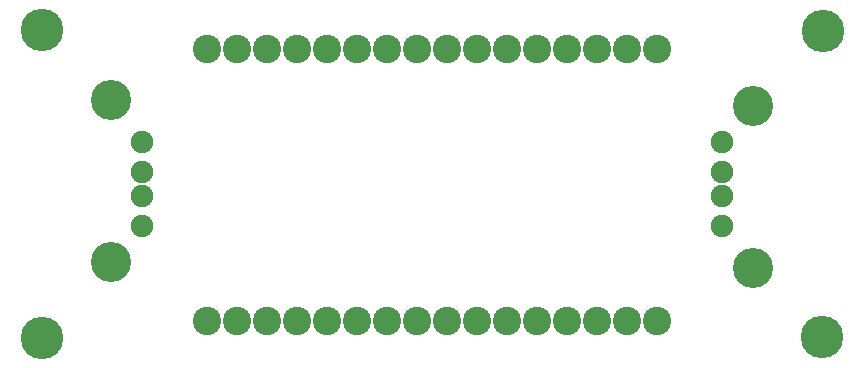
<source format=gbs>
G04 #@! TF.FileFunction,Soldermask,Bot*
%FSLAX46Y46*%
G04 Gerber Fmt 4.6, Leading zero omitted, Abs format (unit mm)*
G04 Created by KiCad (PCBNEW 4.0.7-e2-6376~58~ubuntu16.04.1) date Mon Jan  8 16:23:01 2018*
%MOMM*%
%LPD*%
G01*
G04 APERTURE LIST*
%ADD10C,0.100000*%
%ADD11C,3.600000*%
%ADD12C,2.400000*%
%ADD13C,1.901140*%
%ADD14C,3.399740*%
G04 APERTURE END LIST*
D10*
D11*
X184850000Y-92900000D03*
X184800000Y-118850000D03*
X118800000Y-118900000D03*
D12*
X132702300Y-94437200D03*
X135242300Y-94437200D03*
X137782300Y-94437200D03*
X140322300Y-94437200D03*
X142862300Y-94437200D03*
X145402300Y-94437200D03*
X147942300Y-94437200D03*
X150482300Y-94437200D03*
X153022300Y-94437200D03*
X155562300Y-94437200D03*
X158102300Y-94437200D03*
X160642300Y-94437200D03*
X163182300Y-94437200D03*
X165722300Y-94437200D03*
X168262300Y-94437200D03*
X170802300Y-94437200D03*
X170802300Y-117437200D03*
X168262300Y-117437200D03*
X165722300Y-117437200D03*
X163182300Y-117437200D03*
X160642300Y-117437200D03*
X158102300Y-117437200D03*
X155562300Y-117437200D03*
X153022300Y-117437200D03*
X150482300Y-117437200D03*
X147942300Y-117437200D03*
X145402300Y-117437200D03*
X142862300Y-117437200D03*
X140322300Y-117437200D03*
X137782300Y-117437200D03*
X135242300Y-117437200D03*
X132702300Y-117437200D03*
D11*
X118750000Y-92850000D03*
D13*
X127252120Y-109452860D03*
X127252120Y-106912860D03*
X127252120Y-104880860D03*
X127252120Y-102340860D03*
D14*
X124585120Y-112500860D03*
X124585120Y-98784860D03*
D13*
X176327880Y-102297140D03*
X176327880Y-104837140D03*
X176327880Y-106869140D03*
X176327880Y-109409140D03*
D14*
X178994880Y-99249140D03*
X178994880Y-112965140D03*
M02*

</source>
